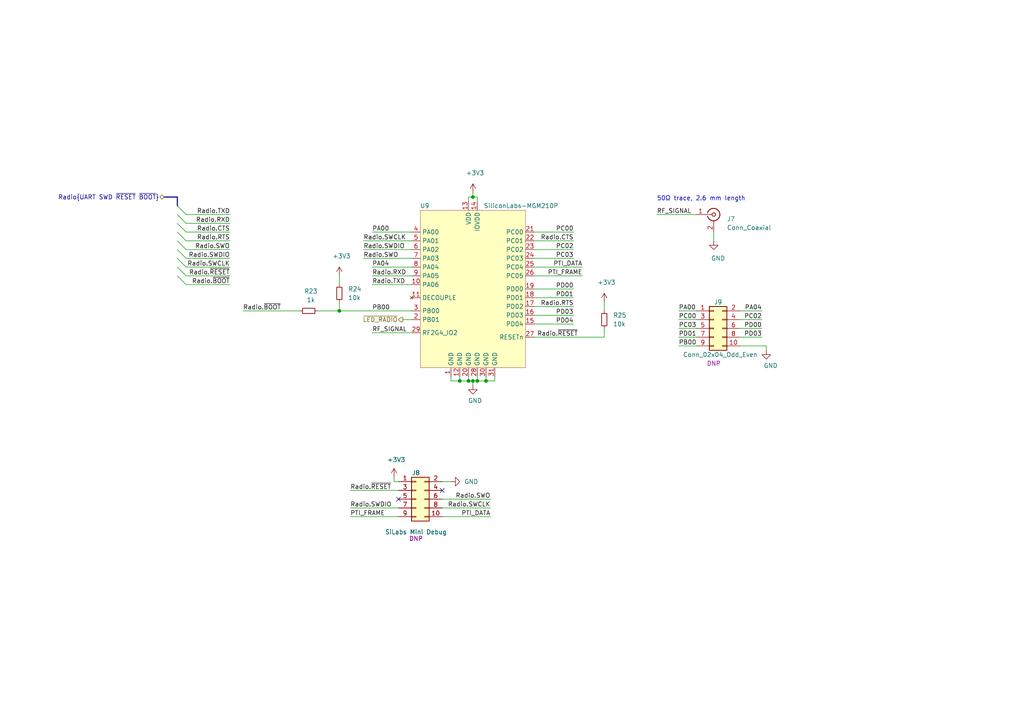
<source format=kicad_sch>
(kicad_sch (version 20210406) (generator eeschema)
  (paper "A4")
  (title_block (title "802.15.4 Radio (Zigbee/Thread)") (date "2021-01-12") (rev "0.1") (company "Nabu Casa") (comment 1 "www.nabucasa.com") (comment 2 "Light Blue"))
  (lib_symbols
    (symbol "Connector:Conn_Coaxial" (pin_names (offset 1.016) hide)
      (property "Reference" "J" (at 0.254 3.048 0))
      (property "Value" "Conn_Coaxial" (at 2.921 0 90))
      (symbol "Conn_Coaxial_0_1"
        (arc (start -1.778 0.508) (end 1.778 0) (radius (at -0.0508 0) (length 1.8034) (angles 163.6 0)) (stroke (width 0.254)))
        (arc (start 1.778 0) (end -1.778 -0.508) (radius (at -0.0254 0) (length 1.8034) (angles 0 -163.8)) (stroke (width 0.254)))
        (circle (center 0 0) (radius 0.508) (stroke (width 0.2032)))
        (polyline (pts (xy -2.54 0) (xy -0.508 0)))
        (polyline (pts (xy 0 -2.54) (xy 0 -1.778)))
      )
      (symbol "Conn_Coaxial_1_1"
        (pin passive line (at -5.08 0 0) (length 2.54) (name "In") (number "1"))
        (pin passive line (at 0 -5.08 90) (length 2.54) (name "Ext") (number "2"))
      )
    )
    (symbol "Connector_Generic:Conn_02x05_Odd_Even" (pin_names (offset 1.016) hide)
      (property "Reference" "J" (at 1.27 7.62 0))
      (property "Value" "Conn_02x05_Odd_Even" (at 1.27 -7.62 0))
      (symbol "Conn_02x05_Odd_Even_1_1"
        (rectangle (start -1.27 -4.953) (end 0 -5.207) (stroke (width 0.1524)))
        (rectangle (start -1.27 -2.413) (end 0 -2.667) (stroke (width 0.1524)))
        (rectangle (start -1.27 0.127) (end 0 -0.127) (stroke (width 0.1524)))
        (rectangle (start -1.27 2.667) (end 0 2.413) (stroke (width 0.1524)))
        (rectangle (start -1.27 5.207) (end 0 4.953) (stroke (width 0.1524)))
        (rectangle (start 3.81 -4.953) (end 2.54 -5.207) (stroke (width 0.1524)))
        (rectangle (start 3.81 -2.413) (end 2.54 -2.667) (stroke (width 0.1524)))
        (rectangle (start 3.81 0.127) (end 2.54 -0.127) (stroke (width 0.1524)))
        (rectangle (start 3.81 2.667) (end 2.54 2.413) (stroke (width 0.1524)))
        (rectangle (start 3.81 5.207) (end 2.54 4.953) (stroke (width 0.1524)))
        (rectangle (start -1.27 6.35) (end 3.81 -6.35) (stroke (width 0.254)) (fill (type background)))
        (pin passive line (at -5.08 5.08 0) (length 3.81) (name "Pin_1") (number "1"))
        (pin passive line (at 7.62 -5.08 180) (length 3.81) (name "Pin_10") (number "10"))
        (pin passive line (at 7.62 5.08 180) (length 3.81) (name "Pin_2") (number "2"))
        (pin passive line (at -5.08 2.54 0) (length 3.81) (name "Pin_3") (number "3"))
        (pin passive line (at 7.62 2.54 180) (length 3.81) (name "Pin_4") (number "4"))
        (pin passive line (at -5.08 0 0) (length 3.81) (name "Pin_5") (number "5"))
        (pin passive line (at 7.62 0 180) (length 3.81) (name "Pin_6") (number "6"))
        (pin passive line (at -5.08 -2.54 0) (length 3.81) (name "Pin_7") (number "7"))
        (pin passive line (at 7.62 -2.54 180) (length 3.81) (name "Pin_8") (number "8"))
        (pin passive line (at -5.08 -5.08 0) (length 3.81) (name "Pin_9") (number "9"))
      )
    )
    (symbol "Device:R_Small" (pin_numbers hide) (pin_names (offset 0.254) hide)
      (property "Reference" "R" (at 0.762 0.508 0))
      (property "Value" "R_Small" (at 0.762 -1.016 0))
      (symbol "R_Small_0_1"
        (rectangle (start -0.762 1.778) (end 0.762 -1.778) (stroke (width 0.2032)))
      )
      (symbol "R_Small_1_1"
        (pin passive line (at 0 2.54 270) (length 0.762) (name "~") (number "1"))
        (pin passive line (at 0 -2.54 90) (length 0.762) (name "~") (number "2"))
      )
    )
    (symbol "LightBlue:SiliconLabs-MGM210P"
      (property "Reference" "U" (at -13.97 24.13 0))
      (property "Value" "SiliconLabs-MGM210P" (at 19.05 -25.4 0))
      (symbol "SiliconLabs-MGM210P_0_1"
        (rectangle (start -15.24 22.86) (end 15.24 -22.86) (stroke (width 0.001)) (fill (type background)))
      )
      (symbol "SiliconLabs-MGM210P_1_1"
        (pin power_in line (at -6.35 -25.4 90) (length 2.54) (name "GND") (number "1"))
        (pin bidirectional line (at -17.78 1.27 0) (length 2.54) (name "PA06") (number "10"))
        (pin no_connect line (at -17.78 -2.54 0) (length 2.54) (name "DECOUPLE") (number "11"))
        (pin power_in line (at -3.81 -25.4 90) (length 2.54) (name "GND") (number "12"))
        (pin power_in line (at -1.27 25.4 270) (length 2.54) (name "VDD") (number "13"))
        (pin power_in line (at 1.27 25.4 270) (length 2.54) (name "IOVDD") (number "14"))
        (pin bidirectional line (at 17.78 -10.16 180) (length 2.54) (name "PD04") (number "15"))
        (pin bidirectional line (at 17.78 -7.62 180) (length 2.54) (name "PD03") (number "16"))
        (pin bidirectional line (at 17.78 -5.08 180) (length 2.54) (name "PD02") (number "17"))
        (pin bidirectional line (at 17.78 -2.54 180) (length 2.54) (name "PD01") (number "18"))
        (pin bidirectional line (at 17.78 0 180) (length 2.54) (name "PD00") (number "19"))
        (pin bidirectional line (at -17.78 -8.89 0) (length 2.54) (name "PB01") (number "2"))
        (pin power_in line (at -1.27 -25.4 90) (length 2.54) (name "GND") (number "20"))
        (pin bidirectional line (at 17.78 16.51 180) (length 2.54) (name "PC00") (number "21"))
        (pin bidirectional line (at 17.78 13.97 180) (length 2.54) (name "PC01") (number "22"))
        (pin bidirectional line (at 17.78 11.43 180) (length 2.54) (name "PC02") (number "23"))
        (pin bidirectional line (at 17.78 8.89 180) (length 2.54) (name "PC03") (number "24"))
        (pin bidirectional line (at 17.78 6.35 180) (length 2.54) (name "PC04") (number "25"))
        (pin bidirectional line (at 17.78 3.81 180) (length 2.54) (name "PC05") (number "26"))
        (pin bidirectional line (at 17.78 -13.97 180) (length 2.54) (name "RESETn") (number "27"))
        (pin power_in line (at 1.27 -25.4 90) (length 2.54) (name "GND") (number "28"))
        (pin input line (at -17.78 -12.7 0) (length 2.54) (name "RF2G4_IO2") (number "29"))
        (pin bidirectional line (at -17.78 -6.35 0) (length 2.54) (name "PB00") (number "3"))
        (pin power_in line (at 3.81 -25.4 90) (length 2.54) (name "GND") (number "30"))
        (pin power_in line (at 6.35 -25.4 90) (length 2.54) (name "GND") (number "31"))
        (pin bidirectional line (at -17.78 16.51 0) (length 2.54) (name "PA00") (number "4"))
        (pin bidirectional line (at -17.78 13.97 0) (length 2.54) (name "PA01") (number "5"))
        (pin bidirectional line (at -17.78 11.43 0) (length 2.54) (name "PA02") (number "6"))
        (pin bidirectional line (at -17.78 8.89 0) (length 2.54) (name "PA03") (number "7"))
        (pin bidirectional line (at -17.78 6.35 0) (length 2.54) (name "PA04") (number "8"))
        (pin bidirectional line (at -17.78 3.81 0) (length 2.54) (name "PA05") (number "9"))
      )
    )
    (symbol "power:+3V3" (power) (pin_names (offset 0))
      (property "Value" "+3V3" (at 0 3.556 0))
      (symbol "+3V3_0_1"
        (polyline (pts (xy -0.762 1.27) (xy 0 2.54)))
        (polyline (pts (xy 0 0) (xy 0 2.54)))
        (polyline (pts (xy 0 2.54) (xy 0.762 1.27)))
      )
      (symbol "+3V3_1_1"
        (pin power_in line (at 0 0 90) (length 0) hide (name "+3V3") (number "1"))
      )
    )
    (symbol "power:GND" (power) (pin_names (offset 0))
      (property "Value" "GND" (at 0 -3.81 0))
      (symbol "GND_0_1"
        (polyline (pts (xy 0 0) (xy 0 -1.27) (xy 1.27 -1.27) (xy 0 -2.54) (xy -1.27 -1.27) (xy 0 -1.27)))
      )
      (symbol "GND_1_1"
        (pin power_in line (at 0 0 270) (length 0) hide (name "GND") (number "1"))
      )
    )
  )
  (bus_alias "SWD" (members "SWDIO" "SWCLK" "SWO"))
  (junction (at 98.425 90.17) (diameter 0.9144))
  (junction (at 133.35 110.49) (diameter 0.9144))
  (junction (at 135.89 110.49) (diameter 0.9144))
  (junction (at 137.16 57.15) (diameter 0.9144))
  (junction (at 137.16 110.49) (diameter 0.9144))
  (junction (at 138.43 110.49) (diameter 0.9144))
  (junction (at 140.97 110.49) (diameter 0.9144))
  (no_connect (at 115.57 144.78))
  (no_connect (at 128.27 142.24))
  (bus_entry (at 51.435 59.69) (size 2.54 2.54) (stroke (width 0.1524)))
  (bus_entry (at 51.435 62.23) (size 2.54 2.54) (stroke (width 0.1524)))
  (bus_entry (at 51.435 64.77) (size 2.54 2.54) (stroke (width 0.1524)))
  (bus_entry (at 51.435 67.31) (size 2.54 2.54) (stroke (width 0.1524)))
  (bus_entry (at 51.435 69.85) (size 2.54 2.54) (stroke (width 0.1524)))
  (bus_entry (at 51.435 72.39) (size 2.54 2.54) (stroke (width 0.1524)))
  (bus_entry (at 51.435 74.93) (size 2.54 2.54) (stroke (width 0.1524)))
  (bus_entry (at 51.435 77.47) (size 2.54 2.54) (stroke (width 0.1524)))
  (bus_entry (at 51.435 80.01) (size 2.54 2.54) (stroke (width 0.1524)))
  (wire (pts (xy 53.975 62.23) (xy 66.675 62.23)))
  (wire (pts (xy 53.975 64.77) (xy 66.675 64.77)))
  (wire (pts (xy 53.975 67.31) (xy 66.675 67.31)))
  (wire (pts (xy 53.975 69.85) (xy 66.675 69.85)))
  (wire (pts (xy 53.975 72.39) (xy 66.675 72.39)))
  (wire (pts (xy 53.975 74.93) (xy 66.675 74.93)))
  (wire (pts (xy 53.975 77.47) (xy 66.675 77.47)))
  (wire (pts (xy 53.975 80.01) (xy 66.675 80.01)))
  (wire (pts (xy 53.975 82.55) (xy 66.675 82.55)))
  (wire (pts (xy 70.485 90.17) (xy 86.995 90.17)))
  (wire (pts (xy 92.075 90.17) (xy 98.425 90.17)))
  (wire (pts (xy 98.425 80.01) (xy 98.425 82.55)))
  (wire (pts (xy 98.425 87.63) (xy 98.425 90.17)))
  (wire (pts (xy 98.425 90.17) (xy 119.38 90.17)))
  (wire (pts (xy 101.6 142.24) (xy 115.57 142.24)))
  (wire (pts (xy 101.6 147.32) (xy 115.57 147.32)))
  (wire (pts (xy 101.6 149.86) (xy 115.57 149.86)))
  (wire (pts (xy 105.41 69.85) (xy 119.38 69.85)))
  (wire (pts (xy 105.41 72.39) (xy 119.38 72.39)))
  (wire (pts (xy 105.41 74.93) (xy 119.38 74.93)))
  (wire (pts (xy 107.95 80.01) (xy 119.38 80.01)))
  (wire (pts (xy 107.95 82.55) (xy 119.38 82.55)))
  (wire (pts (xy 107.95 96.52) (xy 119.38 96.52)))
  (wire (pts (xy 114.3 138.43) (xy 114.3 139.7)))
  (wire (pts (xy 114.3 139.7) (xy 115.57 139.7)))
  (wire (pts (xy 116.84 92.71) (xy 119.38 92.71)))
  (wire (pts (xy 119.38 67.31) (xy 107.95 67.31)))
  (wire (pts (xy 119.38 77.47) (xy 107.95 77.47)))
  (wire (pts (xy 128.27 139.7) (xy 130.81 139.7)))
  (wire (pts (xy 130.81 110.49) (xy 130.81 109.22)))
  (wire (pts (xy 133.35 109.22) (xy 133.35 110.49)))
  (wire (pts (xy 133.35 110.49) (xy 130.81 110.49)))
  (wire (pts (xy 135.89 57.15) (xy 135.89 58.42)))
  (wire (pts (xy 135.89 109.22) (xy 135.89 110.49)))
  (wire (pts (xy 135.89 110.49) (xy 133.35 110.49)))
  (wire (pts (xy 137.16 55.88) (xy 137.16 57.15)))
  (wire (pts (xy 137.16 57.15) (xy 135.89 57.15)))
  (wire (pts (xy 137.16 57.15) (xy 138.43 57.15)))
  (wire (pts (xy 137.16 110.49) (xy 135.89 110.49)))
  (wire (pts (xy 137.16 110.49) (xy 138.43 110.49)))
  (wire (pts (xy 137.16 111.76) (xy 137.16 110.49)))
  (wire (pts (xy 138.43 57.15) (xy 138.43 58.42)))
  (wire (pts (xy 138.43 110.49) (xy 138.43 109.22)))
  (wire (pts (xy 138.43 110.49) (xy 140.97 110.49)))
  (wire (pts (xy 140.97 110.49) (xy 140.97 109.22)))
  (wire (pts (xy 140.97 110.49) (xy 143.51 110.49)))
  (wire (pts (xy 142.24 144.78) (xy 128.27 144.78)))
  (wire (pts (xy 142.24 147.32) (xy 128.27 147.32)))
  (wire (pts (xy 142.24 149.86) (xy 128.27 149.86)))
  (wire (pts (xy 143.51 110.49) (xy 143.51 109.22)))
  (wire (pts (xy 154.94 67.31) (xy 166.37 67.31)))
  (wire (pts (xy 154.94 69.85) (xy 166.37 69.85)))
  (wire (pts (xy 154.94 72.39) (xy 166.37 72.39)))
  (wire (pts (xy 154.94 74.93) (xy 166.37 74.93)))
  (wire (pts (xy 154.94 83.82) (xy 166.37 83.82)))
  (wire (pts (xy 154.94 86.36) (xy 166.37 86.36)))
  (wire (pts (xy 154.94 88.9) (xy 166.37 88.9)))
  (wire (pts (xy 154.94 91.44) (xy 166.37 91.44)))
  (wire (pts (xy 154.94 93.98) (xy 166.37 93.98)))
  (wire (pts (xy 154.94 97.79) (xy 175.26 97.79)))
  (wire (pts (xy 168.91 77.47) (xy 154.94 77.47)))
  (wire (pts (xy 168.91 80.01) (xy 154.94 80.01)))
  (wire (pts (xy 175.26 87.63) (xy 175.26 90.17)))
  (wire (pts (xy 175.26 95.25) (xy 175.26 97.79)))
  (wire (pts (xy 190.5 62.23) (xy 201.93 62.23)))
  (wire (pts (xy 196.85 90.17) (xy 201.93 90.17)))
  (wire (pts (xy 196.85 92.71) (xy 201.93 92.71)))
  (wire (pts (xy 196.85 95.25) (xy 201.93 95.25)))
  (wire (pts (xy 196.85 97.79) (xy 201.93 97.79)))
  (wire (pts (xy 196.85 100.33) (xy 201.93 100.33)))
  (wire (pts (xy 207.01 67.31) (xy 207.01 69.85)))
  (wire (pts (xy 220.98 90.17) (xy 214.63 90.17)))
  (wire (pts (xy 220.98 92.71) (xy 214.63 92.71)))
  (wire (pts (xy 220.98 95.25) (xy 214.63 95.25)))
  (wire (pts (xy 220.98 97.79) (xy 214.63 97.79)))
  (wire (pts (xy 222.25 100.33) (xy 214.63 100.33)))
  (wire (pts (xy 222.25 101.6) (xy 222.25 100.33)))
  (bus (pts (xy 47.625 57.15) (xy 51.435 57.15)))
  (bus (pts (xy 51.435 57.15) (xy 51.435 80.01)))
  (text "50Ω trace, 2.6 mm length" (at 190.5 58.42 0) (effects (font (size 1.27 1.27)) (justify left bottom)))
  (label "Radio.TXD" (at 66.675 62.23 180))
  (label "Radio.RXD" (at 66.675 64.77 180))
  (label "Radio.CTS" (at 66.675 67.31 180))
  (label "Radio.RTS" (at 66.675 69.85 180))
  (label "Radio.SWO" (at 66.675 72.39 180))
  (label "Radio.SWDIO" (at 66.675 74.93 180))
  (label "Radio.SWCLK" (at 66.675 77.47 180))
  (label "Radio.~RESET" (at 66.675 80.01 180))
  (label "Radio.~BOOT" (at 66.675 82.55 180))
  (label "Radio.~BOOT" (at 70.485 90.17 0))
  (label "Radio.~RESET" (at 101.6 142.24 0))
  (label "Radio.SWDIO" (at 101.6 147.32 0))
  (label "PTI_FRAME" (at 101.6 149.86 0))
  (label "Radio.SWCLK" (at 105.41 69.85 0))
  (label "Radio.SWDIO" (at 105.41 72.39 0))
  (label "Radio.SWO" (at 105.41 74.93 0))
  (label "PA00" (at 107.95 67.31 0))
  (label "PA04" (at 107.95 77.47 0))
  (label "Radio.RXD" (at 107.95 80.01 0))
  (label "Radio.TXD" (at 107.95 82.55 0))
  (label "PB00" (at 107.95 90.17 0))
  (label "RF_SIGNAL" (at 107.95 96.52 0))
  (label "Radio.SWO" (at 142.24 144.78 180))
  (label "Radio.SWCLK" (at 142.24 147.32 180))
  (label "PTI_DATA" (at 142.24 149.86 180))
  (label "PC00" (at 166.37 67.31 180))
  (label "Radio.CTS" (at 166.37 69.85 180))
  (label "PC02" (at 166.37 72.39 180))
  (label "PC03" (at 166.37 74.93 180))
  (label "PD00" (at 166.37 83.82 180))
  (label "PD01" (at 166.37 86.36 180))
  (label "Radio.RTS" (at 166.37 88.9 180))
  (label "PD03" (at 166.37 91.44 180))
  (label "PD04" (at 166.37 93.98 180))
  (label "Radio.~RESET" (at 167.64 97.79 180))
  (label "PTI_DATA" (at 168.91 77.47 180))
  (label "PTI_FRAME" (at 168.91 80.01 180))
  (label "RF_SIGNAL" (at 190.5 62.23 0))
  (label "PA00" (at 196.85 90.17 0))
  (label "PC00" (at 196.85 92.71 0))
  (label "PC03" (at 196.85 95.25 0))
  (label "PD01" (at 196.85 97.79 0))
  (label "PB00" (at 196.85 100.33 0))
  (label "PA04" (at 220.98 90.17 180))
  (label "PC02" (at 220.98 92.71 180))
  (label "PD00" (at 220.98 95.25 180))
  (label "PD03" (at 220.98 97.79 180))
  (hierarchical_label "Radio{UART SWD ~RESET ~BOOT}" (shape bidirectional) (at 47.625 57.15 180))
  (hierarchical_label "~LED_RADIO" (shape output) (at 116.84 92.71 180))
  (symbol (lib_id "power:+3V3") (at 98.425 80.01 0) (unit 1)
    (property "Reference" "#PWR0199" (effects hide))
    (property "Value" "+3V3" (at 99.06 74.295 0))
  )
  (symbol (lib_id "power:+3V3") (at 114.3 138.43 0) (unit 1)
    (property "Reference" "#PWR0152" (effects hide))
    (property "Value" "+3V3" (at 114.935 133.35 0))
  )
  (symbol (lib_id "power:+3V3") (at 137.16 55.88 0) (unit 1)
    (property "Reference" "#PWR0154" (effects hide))
    (property "Value" "+3V3" (at 137.795 50.165 0))
  )
  (symbol (lib_id "power:+3V3") (at 175.26 87.63 0) (unit 1)
    (property "Reference" "#PWR0200" (effects hide))
    (property "Value" "+3V3" (at 175.895 81.915 0))
  )
  (symbol (lib_id "power:GND") (at 130.81 139.7 90) (unit 1)
    (property "Reference" "#PWR0153" (effects hide))
    (property "Value" "GND" (at 134.62 139.7 90) (effects (justify right)))
  )
  (symbol (lib_id "power:GND") (at 137.16 111.76 0) (unit 1)
    (property "Reference" "#PWR0151" (effects hide))
    (property "Value" "GND" (at 137.795 116.205 0))
  )
  (symbol (lib_id "power:GND") (at 207.01 69.85 0) (unit 1)
    (property "Reference" "#PWR0156" (effects hide))
    (property "Value" "GND" (at 208.28 74.93 0))
  )
  (symbol (lib_id "power:GND") (at 222.25 101.6 0) (unit 1)
    (property "Reference" "#PWR0155" (effects hide))
    (property "Value" "GND" (at 223.52 106.045 0))
  )
  (symbol (lib_id "Device:R_Small") (at 89.535 90.17 90) (unit 1)
    (property "Reference" "R23" (at 90.17 84.455 90))
    (property "Value" "1k" (at 90.17 86.995 90))
    (property "Footprint" "Resistor_SMD:R_0402_1005Metric" (effects hide))
  )
  (symbol (lib_id "Device:R_Small") (at 98.425 85.09 180) (unit 1)
    (property "Reference" "R24" (at 100.965 83.82 0) (effects (justify right)))
    (property "Value" "10k" (at 100.965 86.36 0) (effects (justify right)))
    (property "Footprint" "Resistor_SMD:R_0402_1005Metric" (effects hide))
  )
  (symbol (lib_id "Device:R_Small") (at 175.26 92.71 180) (unit 1)
    (property "Reference" "R25" (at 177.8 91.44 0) (effects (justify right)))
    (property "Value" "10k" (at 177.8 93.98 0) (effects (justify right)))
    (property "Footprint" "Resistor_SMD:R_0402_1005Metric" (effects hide))
  )
  (symbol (lib_id "Connector:Conn_Coaxial") (at 207.01 62.23 0) (unit 1)
    (property "Reference" "J7" (at 210.82 63.5 0) (effects (justify left)))
    (property "Value" "Conn_Coaxial" (at 210.82 66.04 0) (effects (justify left)))
    (property "Footprint" "Connector_Coaxial:U.FL_Hirose_U.FL-R-SMT-1_Vertical" (effects hide))
    (property "Datasheet" " ~" (effects hide))
    (property "Manufacturer" "Linx Technologies" (effects hide))
    (property "PartNumber" "CONUFL001-SMD-T" (effects hide))
  )
  (symbol (lib_id "Connector_Generic:Conn_02x05_Odd_Even") (at 120.65 144.78 0) (unit 1)
    (property "Reference" "J8" (at 120.65 137.16 0))
    (property "Value" "SiLabs Mini Debug" (at 120.65 154.305 0))
    (property "Footprint" "Connector_PinHeader_1.27mm:PinHeader_2x05_P1.27mm_Vertical" (effects hide))
    (property "Config" "DNP" (at 120.65 156.21 0))
  )
  (symbol (lib_id "Connector_Generic:Conn_02x05_Odd_Even") (at 207.01 95.25 0) (unit 1)
    (property "Reference" "J9" (at 208.28 87.63 0))
    (property "Value" "Conn_02x04_Odd_Even" (at 208.915 102.87 0))
    (property "Footprint" "Connector_PinHeader_1.27mm:PinHeader_2x05_P1.27mm_Vertical" (effects hide))
    (property "Config" "DNP" (at 207.01 105.41 0))
    (property "Manufacturer" "Adam Tech" (effects hide))
    (property "PartNumber" "PH2-08-UA" (effects hide))
  )
  (symbol (lib_id "LightBlue:SiliconLabs-MGM210P") (at 137.16 83.82 0) (unit 1)
    (property "Reference" "U9" (at 123.19 59.69 0))
    (property "Value" "SiliconLabs-MGM210P" (at 151.13 59.69 0))
    (property "Footprint" "LightBlue:SiliconLabs_MGM210P" (effects hide))
    (property "Datasheet" "https://www.silabs.com/documents/public/data-sheets/mgm210p-datasheet.pdf" (effects hide))
    (property "Manufacturer" "Silicon Laboratories" (effects hide))
    (property "PartNumber" "MGM210PB32JIA2" (effects hide))
  )
)
</source>
